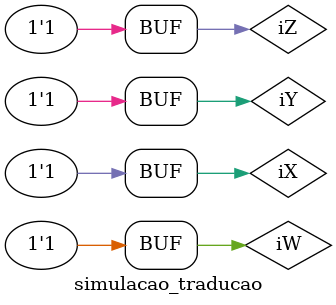
<source format=v>
`include "Modulo_Descricao.v"

module simulacao_traducao();

    reg iW, iX, iY, iZ;

    wire oA, oB, oC, oD, oE, oF, oG;

    traducao trad1(iW, iX, iY, iZ, oA, oB, oC, oD, oE, oF, oG);
    
    initial begin
        $dumpfile("simula_traducao.vcd");
        $dumpvars;
        $monitor("%g W=%b X=%b Y=%b Z=%b | a=%b b=%b c=%b d=%b e=%b f=%b g=%b", $time, iW, iX, iY, iZ, oA, oB, oC, oD, oE, oF, oG);

        #0 iW = 1'b0;
        #0 iX = 1'b0;
        #0 iY = 1'b0;
        #0 iZ = 1'b0;

        #1 iZ = 1'b1;

        #1 iY = 1'b1;
        #0 iZ = 1'b0;

        #1 iZ = 1'b1;

        #1 iX = 1'b1;
        #0 iY = 1'b0;
        #0 iZ = 1'b0;

        #1 iZ = 1'b1;

        #1 iY = 1'b1;
        #0 iZ = 1'b0;

        #1 iZ = 1'b1;

        #1 iW = 1'b1;
        #0 iX = 1'b0;
        #0 iY = 1'b0;
        #0 iZ = 1'b0;
        
        #1 iZ = 1'b1;

        #1 iY = 1'b1;
        #0 iZ = 1'b0;

        #1 iZ = 1'b1;

        #1 iX = 1'b1;
        #0 iY = 1'b0;
        #0 iZ = 1'b0;

        #1 iZ = 1'b1;

        #1 iY = 1'b1;
        #0 iZ = 1'b0;

        #1 iZ = 1'b1;
        
    end

endmodule
</source>
